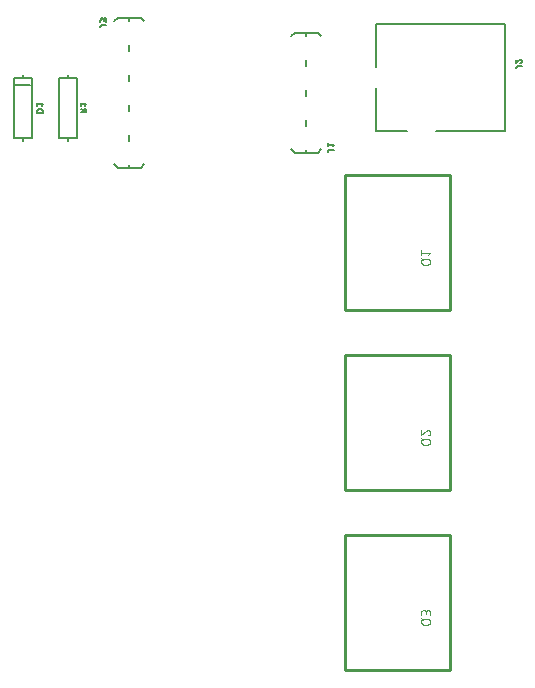
<source format=gbr>
G04 EAGLE Gerber X2 export*
%TF.Part,Single*%
%TF.FileFunction,Legend,Bot,1*%
%TF.FilePolarity,Positive*%
%TF.GenerationSoftware,Autodesk,EAGLE,9.1.1*%
%TF.CreationDate,2018-09-28T16:37:10Z*%
G75*
%MOMM*%
%FSLAX34Y34*%
%LPD*%
%AMOC8*
5,1,8,0,0,1.08239X$1,22.5*%
G01*
%ADD10C,0.203200*%
%ADD11C,0.127000*%
%ADD12C,0.254000*%
%ADD13C,0.101600*%


D10*
X71120Y495300D02*
X71120Y546100D01*
X63500Y546100D01*
X55880Y546100D01*
X55880Y495300D01*
X63500Y495300D01*
X71120Y495300D01*
X63500Y546100D02*
X63500Y548640D01*
X63500Y495300D02*
X63500Y492760D01*
X69850Y539750D02*
X57150Y539750D01*
D11*
X75565Y516525D02*
X80391Y516525D01*
X80391Y517865D01*
X80389Y517935D01*
X80384Y518005D01*
X80374Y518075D01*
X80362Y518144D01*
X80345Y518212D01*
X80325Y518279D01*
X80302Y518346D01*
X80275Y518410D01*
X80245Y518474D01*
X80211Y518536D01*
X80175Y518595D01*
X80135Y518653D01*
X80092Y518709D01*
X80047Y518762D01*
X79998Y518813D01*
X79947Y518862D01*
X79894Y518907D01*
X79838Y518950D01*
X79780Y518990D01*
X79721Y519026D01*
X79659Y519060D01*
X79595Y519090D01*
X79531Y519117D01*
X79464Y519140D01*
X79397Y519160D01*
X79329Y519177D01*
X79260Y519189D01*
X79190Y519199D01*
X79120Y519204D01*
X79050Y519206D01*
X76906Y519206D01*
X76836Y519204D01*
X76766Y519199D01*
X76696Y519189D01*
X76627Y519177D01*
X76559Y519160D01*
X76492Y519140D01*
X76425Y519117D01*
X76361Y519090D01*
X76297Y519060D01*
X76236Y519026D01*
X76176Y518990D01*
X76118Y518950D01*
X76062Y518907D01*
X76009Y518862D01*
X75958Y518813D01*
X75909Y518762D01*
X75864Y518709D01*
X75821Y518653D01*
X75781Y518595D01*
X75745Y518536D01*
X75711Y518474D01*
X75681Y518410D01*
X75654Y518346D01*
X75631Y518279D01*
X75611Y518212D01*
X75594Y518144D01*
X75582Y518075D01*
X75572Y518005D01*
X75567Y517935D01*
X75565Y517865D01*
X75565Y516525D01*
X79319Y522194D02*
X80391Y523535D01*
X75565Y523535D01*
X75565Y524875D02*
X75565Y522194D01*
D10*
X303530Y510540D02*
X303530Y505460D01*
X303530Y530860D02*
X303530Y535940D01*
X303530Y556260D02*
X303530Y561340D01*
X303530Y485140D02*
X303530Y482600D01*
X313436Y482600D01*
X316230Y485394D01*
X303530Y482600D02*
X293624Y482600D01*
X290830Y485394D01*
X303530Y581660D02*
X303530Y584200D01*
X293624Y584200D01*
X290830Y581406D01*
X303530Y584200D02*
X313436Y584200D01*
X316230Y581406D01*
D11*
X323017Y484844D02*
X326771Y484844D01*
X323017Y484843D02*
X322952Y484841D01*
X322888Y484835D01*
X322824Y484825D01*
X322760Y484812D01*
X322698Y484794D01*
X322637Y484773D01*
X322577Y484749D01*
X322519Y484720D01*
X322462Y484688D01*
X322408Y484653D01*
X322356Y484615D01*
X322306Y484573D01*
X322259Y484529D01*
X322215Y484482D01*
X322173Y484432D01*
X322135Y484380D01*
X322100Y484326D01*
X322068Y484269D01*
X322039Y484211D01*
X322015Y484151D01*
X321994Y484090D01*
X321976Y484028D01*
X321963Y483964D01*
X321953Y483900D01*
X321947Y483836D01*
X321945Y483771D01*
X321945Y483235D01*
X325699Y487792D02*
X326771Y489132D01*
X321945Y489132D01*
X321945Y487792D02*
X321945Y490473D01*
D10*
X362000Y501100D02*
X362000Y537100D01*
X413000Y501100D02*
X472000Y501100D01*
X389000Y501100D02*
X362000Y501100D01*
X362000Y591100D02*
X472000Y591100D01*
X362000Y591100D02*
X362000Y555100D01*
X472000Y591100D02*
X472000Y501100D01*
D11*
X482021Y555584D02*
X485775Y555584D01*
X482021Y555584D02*
X481956Y555582D01*
X481892Y555576D01*
X481828Y555566D01*
X481764Y555553D01*
X481702Y555535D01*
X481641Y555514D01*
X481581Y555490D01*
X481523Y555461D01*
X481466Y555429D01*
X481412Y555394D01*
X481360Y555356D01*
X481310Y555314D01*
X481263Y555270D01*
X481219Y555223D01*
X481177Y555173D01*
X481139Y555121D01*
X481104Y555067D01*
X481072Y555010D01*
X481043Y554952D01*
X481019Y554892D01*
X480998Y554831D01*
X480980Y554769D01*
X480967Y554705D01*
X480957Y554641D01*
X480951Y554577D01*
X480949Y554512D01*
X480949Y553975D01*
X485775Y560006D02*
X485773Y560074D01*
X485767Y560141D01*
X485758Y560208D01*
X485745Y560275D01*
X485728Y560340D01*
X485707Y560405D01*
X485683Y560468D01*
X485655Y560530D01*
X485624Y560590D01*
X485590Y560648D01*
X485552Y560704D01*
X485512Y560759D01*
X485468Y560810D01*
X485421Y560859D01*
X485372Y560906D01*
X485321Y560950D01*
X485266Y560990D01*
X485210Y561028D01*
X485152Y561062D01*
X485092Y561093D01*
X485030Y561121D01*
X484967Y561145D01*
X484902Y561166D01*
X484837Y561183D01*
X484770Y561196D01*
X484703Y561205D01*
X484636Y561211D01*
X484568Y561213D01*
X485775Y560006D02*
X485773Y559928D01*
X485767Y559850D01*
X485757Y559773D01*
X485744Y559696D01*
X485726Y559620D01*
X485705Y559545D01*
X485680Y559471D01*
X485651Y559399D01*
X485619Y559328D01*
X485583Y559259D01*
X485544Y559191D01*
X485501Y559126D01*
X485455Y559063D01*
X485406Y559002D01*
X485354Y558944D01*
X485299Y558889D01*
X485242Y558836D01*
X485182Y558787D01*
X485119Y558740D01*
X485054Y558697D01*
X484988Y558657D01*
X484919Y558620D01*
X484848Y558587D01*
X484776Y558557D01*
X484703Y558531D01*
X483630Y560811D02*
X483679Y560860D01*
X483731Y560907D01*
X483786Y560950D01*
X483843Y560991D01*
X483902Y561029D01*
X483963Y561063D01*
X484026Y561094D01*
X484090Y561122D01*
X484156Y561146D01*
X484222Y561166D01*
X484290Y561183D01*
X484359Y561196D01*
X484428Y561205D01*
X484498Y561211D01*
X484568Y561213D01*
X483630Y560811D02*
X480949Y558532D01*
X480949Y561213D01*
D10*
X153670Y568960D02*
X153670Y574040D01*
X153670Y548640D02*
X153670Y543560D01*
X153670Y523240D02*
X153670Y518160D01*
X153670Y497840D02*
X153670Y492760D01*
X153670Y594360D02*
X153670Y596900D01*
X143764Y596900D01*
X140970Y594106D01*
X153670Y596900D02*
X163576Y596900D01*
X166370Y594106D01*
X153670Y472440D02*
X153670Y469900D01*
X163576Y469900D01*
X166370Y472694D01*
X153670Y469900D02*
X143764Y469900D01*
X140970Y472694D01*
D11*
X133985Y590636D02*
X130231Y590636D01*
X130166Y590634D01*
X130102Y590628D01*
X130038Y590618D01*
X129974Y590605D01*
X129912Y590587D01*
X129851Y590566D01*
X129791Y590542D01*
X129733Y590513D01*
X129676Y590481D01*
X129622Y590446D01*
X129570Y590408D01*
X129520Y590366D01*
X129473Y590322D01*
X129429Y590275D01*
X129387Y590225D01*
X129349Y590173D01*
X129314Y590119D01*
X129282Y590062D01*
X129253Y590004D01*
X129229Y589944D01*
X129208Y589883D01*
X129190Y589821D01*
X129177Y589757D01*
X129167Y589693D01*
X129161Y589629D01*
X129159Y589564D01*
X129159Y589027D01*
X129159Y593584D02*
X129159Y594924D01*
X129161Y594995D01*
X129167Y595067D01*
X129176Y595137D01*
X129189Y595207D01*
X129206Y595277D01*
X129227Y595345D01*
X129251Y595412D01*
X129279Y595478D01*
X129310Y595542D01*
X129345Y595605D01*
X129383Y595665D01*
X129424Y595724D01*
X129468Y595780D01*
X129515Y595834D01*
X129564Y595885D01*
X129617Y595933D01*
X129672Y595979D01*
X129729Y596021D01*
X129789Y596061D01*
X129850Y596097D01*
X129914Y596130D01*
X129979Y596159D01*
X130045Y596185D01*
X130113Y596208D01*
X130182Y596227D01*
X130252Y596242D01*
X130322Y596253D01*
X130393Y596261D01*
X130464Y596265D01*
X130536Y596265D01*
X130607Y596261D01*
X130678Y596253D01*
X130748Y596242D01*
X130818Y596227D01*
X130887Y596208D01*
X130955Y596185D01*
X131021Y596159D01*
X131086Y596130D01*
X131150Y596097D01*
X131211Y596061D01*
X131271Y596021D01*
X131328Y595979D01*
X131383Y595933D01*
X131436Y595885D01*
X131485Y595834D01*
X131532Y595780D01*
X131576Y595724D01*
X131617Y595665D01*
X131655Y595605D01*
X131690Y595542D01*
X131721Y595478D01*
X131749Y595412D01*
X131773Y595345D01*
X131794Y595277D01*
X131811Y595207D01*
X131824Y595137D01*
X131833Y595067D01*
X131839Y594995D01*
X131841Y594924D01*
X133985Y595193D02*
X133985Y593584D01*
X133985Y595193D02*
X133983Y595258D01*
X133977Y595322D01*
X133967Y595386D01*
X133954Y595450D01*
X133936Y595512D01*
X133915Y595573D01*
X133891Y595633D01*
X133862Y595691D01*
X133830Y595748D01*
X133795Y595802D01*
X133757Y595854D01*
X133715Y595904D01*
X133671Y595951D01*
X133624Y595995D01*
X133574Y596037D01*
X133522Y596075D01*
X133468Y596110D01*
X133411Y596142D01*
X133353Y596171D01*
X133293Y596195D01*
X133232Y596216D01*
X133170Y596234D01*
X133106Y596247D01*
X133042Y596257D01*
X132978Y596263D01*
X132913Y596265D01*
X132848Y596263D01*
X132784Y596257D01*
X132720Y596247D01*
X132656Y596234D01*
X132594Y596216D01*
X132533Y596195D01*
X132473Y596171D01*
X132415Y596142D01*
X132358Y596110D01*
X132304Y596075D01*
X132252Y596037D01*
X132202Y595995D01*
X132155Y595951D01*
X132111Y595904D01*
X132069Y595854D01*
X132031Y595802D01*
X131996Y595748D01*
X131964Y595691D01*
X131935Y595633D01*
X131911Y595573D01*
X131890Y595512D01*
X131872Y595450D01*
X131859Y595386D01*
X131849Y595322D01*
X131843Y595258D01*
X131841Y595193D01*
X131840Y595193D02*
X131840Y594120D01*
D12*
X425450Y463550D02*
X425450Y349250D01*
X425450Y463550D02*
X336550Y463550D01*
X336550Y349250D01*
X425450Y349250D01*
D13*
X406245Y387858D02*
X402745Y387858D01*
X406245Y387858D02*
X406338Y387860D01*
X406430Y387866D01*
X406523Y387876D01*
X406615Y387889D01*
X406706Y387907D01*
X406796Y387929D01*
X406885Y387954D01*
X406974Y387983D01*
X407060Y388016D01*
X407146Y388052D01*
X407230Y388092D01*
X407312Y388136D01*
X407392Y388183D01*
X407470Y388233D01*
X407545Y388287D01*
X407619Y388343D01*
X407690Y388403D01*
X407758Y388466D01*
X407824Y388532D01*
X407887Y388600D01*
X407947Y388671D01*
X408003Y388745D01*
X408057Y388820D01*
X408107Y388898D01*
X408154Y388978D01*
X408198Y389060D01*
X408238Y389144D01*
X408274Y389230D01*
X408307Y389316D01*
X408336Y389405D01*
X408361Y389494D01*
X408383Y389584D01*
X408401Y389675D01*
X408414Y389767D01*
X408424Y389860D01*
X408430Y389952D01*
X408432Y390045D01*
X408430Y390138D01*
X408424Y390230D01*
X408414Y390323D01*
X408401Y390415D01*
X408383Y390506D01*
X408361Y390596D01*
X408336Y390685D01*
X408307Y390774D01*
X408274Y390860D01*
X408238Y390946D01*
X408198Y391030D01*
X408154Y391112D01*
X408107Y391192D01*
X408057Y391270D01*
X408003Y391345D01*
X407947Y391419D01*
X407887Y391490D01*
X407824Y391558D01*
X407758Y391624D01*
X407690Y391687D01*
X407619Y391747D01*
X407545Y391803D01*
X407470Y391857D01*
X407392Y391907D01*
X407312Y391954D01*
X407230Y391998D01*
X407146Y392038D01*
X407060Y392074D01*
X406974Y392107D01*
X406885Y392136D01*
X406796Y392161D01*
X406706Y392183D01*
X406615Y392201D01*
X406523Y392214D01*
X406430Y392224D01*
X406338Y392230D01*
X406245Y392232D01*
X402745Y392232D01*
X402652Y392230D01*
X402560Y392224D01*
X402467Y392214D01*
X402375Y392201D01*
X402284Y392183D01*
X402194Y392161D01*
X402105Y392136D01*
X402016Y392107D01*
X401930Y392074D01*
X401844Y392038D01*
X401760Y391998D01*
X401678Y391954D01*
X401598Y391907D01*
X401520Y391857D01*
X401445Y391803D01*
X401371Y391747D01*
X401300Y391687D01*
X401232Y391624D01*
X401166Y391558D01*
X401103Y391490D01*
X401043Y391419D01*
X400987Y391345D01*
X400933Y391270D01*
X400883Y391192D01*
X400836Y391112D01*
X400792Y391030D01*
X400752Y390946D01*
X400716Y390860D01*
X400683Y390774D01*
X400654Y390685D01*
X400629Y390596D01*
X400607Y390506D01*
X400589Y390415D01*
X400576Y390323D01*
X400566Y390230D01*
X400560Y390138D01*
X400558Y390045D01*
X400560Y389952D01*
X400566Y389860D01*
X400576Y389767D01*
X400589Y389675D01*
X400607Y389584D01*
X400629Y389494D01*
X400654Y389405D01*
X400683Y389316D01*
X400716Y389230D01*
X400752Y389144D01*
X400792Y389060D01*
X400836Y388978D01*
X400883Y388898D01*
X400933Y388820D01*
X400987Y388745D01*
X401043Y388671D01*
X401103Y388600D01*
X401166Y388532D01*
X401232Y388466D01*
X401300Y388403D01*
X401371Y388343D01*
X401445Y388287D01*
X401520Y388233D01*
X401598Y388183D01*
X401678Y388136D01*
X401760Y388092D01*
X401844Y388052D01*
X401930Y388016D01*
X402016Y387983D01*
X402105Y387954D01*
X402194Y387929D01*
X402284Y387907D01*
X402375Y387889D01*
X402467Y387876D01*
X402560Y387866D01*
X402652Y387860D01*
X402745Y387858D01*
X402308Y391358D02*
X400558Y393107D01*
X406682Y395559D02*
X408432Y397746D01*
X400558Y397746D01*
X400558Y395559D02*
X400558Y399933D01*
D12*
X425450Y311150D02*
X425450Y196850D01*
X425450Y311150D02*
X336550Y311150D01*
X336550Y196850D01*
X425450Y196850D01*
D13*
X406245Y235458D02*
X402745Y235458D01*
X406245Y235458D02*
X406338Y235460D01*
X406430Y235466D01*
X406523Y235476D01*
X406615Y235489D01*
X406706Y235507D01*
X406796Y235529D01*
X406885Y235554D01*
X406974Y235583D01*
X407060Y235616D01*
X407146Y235652D01*
X407230Y235692D01*
X407312Y235736D01*
X407392Y235783D01*
X407470Y235833D01*
X407545Y235887D01*
X407619Y235943D01*
X407690Y236003D01*
X407758Y236066D01*
X407824Y236132D01*
X407887Y236200D01*
X407947Y236271D01*
X408003Y236345D01*
X408057Y236420D01*
X408107Y236498D01*
X408154Y236578D01*
X408198Y236660D01*
X408238Y236744D01*
X408274Y236830D01*
X408307Y236916D01*
X408336Y237005D01*
X408361Y237094D01*
X408383Y237184D01*
X408401Y237275D01*
X408414Y237367D01*
X408424Y237460D01*
X408430Y237552D01*
X408432Y237645D01*
X408430Y237738D01*
X408424Y237830D01*
X408414Y237923D01*
X408401Y238015D01*
X408383Y238106D01*
X408361Y238196D01*
X408336Y238285D01*
X408307Y238374D01*
X408274Y238460D01*
X408238Y238546D01*
X408198Y238630D01*
X408154Y238712D01*
X408107Y238792D01*
X408057Y238870D01*
X408003Y238945D01*
X407947Y239019D01*
X407887Y239090D01*
X407824Y239158D01*
X407758Y239224D01*
X407690Y239287D01*
X407619Y239347D01*
X407545Y239403D01*
X407470Y239457D01*
X407392Y239507D01*
X407312Y239554D01*
X407230Y239598D01*
X407146Y239638D01*
X407060Y239674D01*
X406974Y239707D01*
X406885Y239736D01*
X406796Y239761D01*
X406706Y239783D01*
X406615Y239801D01*
X406523Y239814D01*
X406430Y239824D01*
X406338Y239830D01*
X406245Y239832D01*
X402745Y239832D01*
X402652Y239830D01*
X402560Y239824D01*
X402467Y239814D01*
X402375Y239801D01*
X402284Y239783D01*
X402194Y239761D01*
X402105Y239736D01*
X402016Y239707D01*
X401930Y239674D01*
X401844Y239638D01*
X401760Y239598D01*
X401678Y239554D01*
X401598Y239507D01*
X401520Y239457D01*
X401445Y239403D01*
X401371Y239347D01*
X401300Y239287D01*
X401232Y239224D01*
X401166Y239158D01*
X401103Y239090D01*
X401043Y239019D01*
X400987Y238945D01*
X400933Y238870D01*
X400883Y238792D01*
X400836Y238712D01*
X400792Y238630D01*
X400752Y238546D01*
X400716Y238460D01*
X400683Y238374D01*
X400654Y238285D01*
X400629Y238196D01*
X400607Y238106D01*
X400589Y238015D01*
X400576Y237923D01*
X400566Y237830D01*
X400560Y237738D01*
X400558Y237645D01*
X400560Y237552D01*
X400566Y237460D01*
X400576Y237367D01*
X400589Y237275D01*
X400607Y237184D01*
X400629Y237094D01*
X400654Y237005D01*
X400683Y236916D01*
X400716Y236830D01*
X400752Y236744D01*
X400792Y236660D01*
X400836Y236578D01*
X400883Y236498D01*
X400933Y236420D01*
X400987Y236345D01*
X401043Y236271D01*
X401103Y236200D01*
X401166Y236132D01*
X401232Y236066D01*
X401300Y236003D01*
X401371Y235943D01*
X401445Y235887D01*
X401520Y235833D01*
X401598Y235783D01*
X401678Y235736D01*
X401760Y235692D01*
X401844Y235652D01*
X401930Y235616D01*
X402016Y235583D01*
X402105Y235554D01*
X402194Y235529D01*
X402284Y235507D01*
X402375Y235489D01*
X402467Y235476D01*
X402560Y235466D01*
X402652Y235460D01*
X402745Y235458D01*
X402308Y238958D02*
X400558Y240707D01*
X406464Y247534D02*
X406550Y247532D01*
X406636Y247527D01*
X406721Y247517D01*
X406806Y247504D01*
X406890Y247487D01*
X406974Y247467D01*
X407056Y247443D01*
X407137Y247415D01*
X407218Y247384D01*
X407296Y247350D01*
X407373Y247312D01*
X407449Y247270D01*
X407522Y247226D01*
X407593Y247178D01*
X407663Y247127D01*
X407730Y247073D01*
X407794Y247017D01*
X407856Y246957D01*
X407916Y246895D01*
X407972Y246831D01*
X408026Y246764D01*
X408077Y246694D01*
X408125Y246623D01*
X408169Y246550D01*
X408211Y246474D01*
X408249Y246397D01*
X408283Y246319D01*
X408314Y246238D01*
X408342Y246157D01*
X408366Y246075D01*
X408386Y245991D01*
X408403Y245907D01*
X408416Y245822D01*
X408426Y245737D01*
X408431Y245651D01*
X408433Y245565D01*
X408432Y245565D02*
X408430Y245466D01*
X408424Y245366D01*
X408414Y245268D01*
X408401Y245169D01*
X408383Y245071D01*
X408362Y244974D01*
X408337Y244878D01*
X408308Y244783D01*
X408275Y244689D01*
X408239Y244596D01*
X408199Y244505D01*
X408156Y244416D01*
X408109Y244328D01*
X408059Y244243D01*
X408005Y244159D01*
X407948Y244078D01*
X407888Y243998D01*
X407825Y243922D01*
X407759Y243847D01*
X407690Y243776D01*
X407619Y243707D01*
X407544Y243641D01*
X407467Y243578D01*
X407388Y243518D01*
X407306Y243461D01*
X407223Y243408D01*
X407137Y243357D01*
X407049Y243311D01*
X406960Y243267D01*
X406869Y243228D01*
X406776Y243192D01*
X406682Y243159D01*
X404933Y246877D02*
X404997Y246941D01*
X405063Y247002D01*
X405132Y247060D01*
X405203Y247115D01*
X405276Y247168D01*
X405352Y247217D01*
X405429Y247262D01*
X405509Y247305D01*
X405590Y247344D01*
X405673Y247379D01*
X405757Y247411D01*
X405843Y247440D01*
X405929Y247464D01*
X406017Y247485D01*
X406105Y247502D01*
X406194Y247516D01*
X406284Y247525D01*
X406374Y247531D01*
X406464Y247533D01*
X404932Y246877D02*
X400558Y243159D01*
X400558Y247533D01*
D12*
X425450Y158750D02*
X425450Y44450D01*
X425450Y158750D02*
X336550Y158750D01*
X336550Y44450D01*
X425450Y44450D01*
D13*
X406245Y83058D02*
X402745Y83058D01*
X406245Y83058D02*
X406338Y83060D01*
X406430Y83066D01*
X406523Y83076D01*
X406615Y83089D01*
X406706Y83107D01*
X406796Y83129D01*
X406885Y83154D01*
X406974Y83183D01*
X407060Y83216D01*
X407146Y83252D01*
X407230Y83292D01*
X407312Y83336D01*
X407392Y83383D01*
X407470Y83433D01*
X407545Y83487D01*
X407619Y83543D01*
X407690Y83603D01*
X407758Y83666D01*
X407824Y83732D01*
X407887Y83800D01*
X407947Y83871D01*
X408003Y83945D01*
X408057Y84020D01*
X408107Y84098D01*
X408154Y84178D01*
X408198Y84260D01*
X408238Y84344D01*
X408274Y84430D01*
X408307Y84516D01*
X408336Y84605D01*
X408361Y84694D01*
X408383Y84784D01*
X408401Y84875D01*
X408414Y84967D01*
X408424Y85060D01*
X408430Y85152D01*
X408432Y85245D01*
X408430Y85338D01*
X408424Y85430D01*
X408414Y85523D01*
X408401Y85615D01*
X408383Y85706D01*
X408361Y85796D01*
X408336Y85885D01*
X408307Y85974D01*
X408274Y86060D01*
X408238Y86146D01*
X408198Y86230D01*
X408154Y86312D01*
X408107Y86392D01*
X408057Y86470D01*
X408003Y86545D01*
X407947Y86619D01*
X407887Y86690D01*
X407824Y86758D01*
X407758Y86824D01*
X407690Y86887D01*
X407619Y86947D01*
X407545Y87003D01*
X407470Y87057D01*
X407392Y87107D01*
X407312Y87154D01*
X407230Y87198D01*
X407146Y87238D01*
X407060Y87274D01*
X406974Y87307D01*
X406885Y87336D01*
X406796Y87361D01*
X406706Y87383D01*
X406615Y87401D01*
X406523Y87414D01*
X406430Y87424D01*
X406338Y87430D01*
X406245Y87432D01*
X402745Y87432D01*
X402652Y87430D01*
X402560Y87424D01*
X402467Y87414D01*
X402375Y87401D01*
X402284Y87383D01*
X402194Y87361D01*
X402105Y87336D01*
X402016Y87307D01*
X401930Y87274D01*
X401844Y87238D01*
X401760Y87198D01*
X401678Y87154D01*
X401598Y87107D01*
X401520Y87057D01*
X401445Y87003D01*
X401371Y86947D01*
X401300Y86887D01*
X401232Y86824D01*
X401166Y86758D01*
X401103Y86690D01*
X401043Y86619D01*
X400987Y86545D01*
X400933Y86470D01*
X400883Y86392D01*
X400836Y86312D01*
X400792Y86230D01*
X400752Y86146D01*
X400716Y86060D01*
X400683Y85974D01*
X400654Y85885D01*
X400629Y85796D01*
X400607Y85706D01*
X400589Y85615D01*
X400576Y85523D01*
X400566Y85430D01*
X400560Y85338D01*
X400558Y85245D01*
X400560Y85152D01*
X400566Y85060D01*
X400576Y84967D01*
X400589Y84875D01*
X400607Y84784D01*
X400629Y84694D01*
X400654Y84605D01*
X400683Y84516D01*
X400716Y84430D01*
X400752Y84344D01*
X400792Y84260D01*
X400836Y84178D01*
X400883Y84098D01*
X400933Y84020D01*
X400987Y83945D01*
X401043Y83871D01*
X401103Y83800D01*
X401166Y83732D01*
X401232Y83666D01*
X401300Y83603D01*
X401371Y83543D01*
X401445Y83487D01*
X401520Y83433D01*
X401598Y83383D01*
X401678Y83336D01*
X401760Y83292D01*
X401844Y83252D01*
X401930Y83216D01*
X402016Y83183D01*
X402105Y83154D01*
X402194Y83129D01*
X402284Y83107D01*
X402375Y83089D01*
X402467Y83076D01*
X402560Y83066D01*
X402652Y83060D01*
X402745Y83058D01*
X402308Y86558D02*
X400558Y88307D01*
X400558Y90759D02*
X400558Y92946D01*
X400560Y93039D01*
X400566Y93131D01*
X400576Y93224D01*
X400589Y93316D01*
X400607Y93407D01*
X400629Y93497D01*
X400654Y93586D01*
X400683Y93675D01*
X400716Y93761D01*
X400752Y93847D01*
X400792Y93931D01*
X400836Y94013D01*
X400883Y94093D01*
X400933Y94171D01*
X400987Y94246D01*
X401043Y94320D01*
X401103Y94391D01*
X401166Y94459D01*
X401232Y94525D01*
X401300Y94588D01*
X401371Y94648D01*
X401445Y94704D01*
X401520Y94758D01*
X401598Y94808D01*
X401678Y94855D01*
X401760Y94899D01*
X401844Y94939D01*
X401930Y94975D01*
X402016Y95008D01*
X402105Y95037D01*
X402194Y95062D01*
X402284Y95084D01*
X402375Y95102D01*
X402467Y95115D01*
X402560Y95125D01*
X402652Y95131D01*
X402745Y95133D01*
X402838Y95131D01*
X402930Y95125D01*
X403023Y95115D01*
X403115Y95102D01*
X403206Y95084D01*
X403296Y95062D01*
X403385Y95037D01*
X403474Y95008D01*
X403560Y94975D01*
X403646Y94939D01*
X403730Y94899D01*
X403812Y94855D01*
X403892Y94808D01*
X403970Y94758D01*
X404045Y94704D01*
X404119Y94648D01*
X404190Y94588D01*
X404258Y94525D01*
X404324Y94459D01*
X404387Y94391D01*
X404447Y94320D01*
X404503Y94246D01*
X404557Y94171D01*
X404607Y94093D01*
X404654Y94013D01*
X404698Y93931D01*
X404738Y93847D01*
X404774Y93761D01*
X404807Y93675D01*
X404836Y93586D01*
X404861Y93497D01*
X404883Y93407D01*
X404901Y93316D01*
X404914Y93224D01*
X404924Y93131D01*
X404930Y93039D01*
X404932Y92946D01*
X408432Y93383D02*
X408432Y90759D01*
X408432Y93383D02*
X408430Y93465D01*
X408424Y93547D01*
X408415Y93628D01*
X408401Y93709D01*
X408384Y93790D01*
X408363Y93869D01*
X408339Y93947D01*
X408310Y94024D01*
X408278Y94100D01*
X408243Y94174D01*
X408204Y94246D01*
X408162Y94317D01*
X408117Y94385D01*
X408068Y94451D01*
X408017Y94515D01*
X407962Y94576D01*
X407905Y94635D01*
X407845Y94691D01*
X407782Y94744D01*
X407717Y94794D01*
X407650Y94841D01*
X407581Y94885D01*
X407509Y94925D01*
X407436Y94962D01*
X407361Y94996D01*
X407285Y95026D01*
X407207Y95052D01*
X407128Y95075D01*
X407049Y95094D01*
X406968Y95109D01*
X406887Y95121D01*
X406805Y95129D01*
X406723Y95133D01*
X406641Y95133D01*
X406559Y95129D01*
X406477Y95121D01*
X406396Y95109D01*
X406315Y95094D01*
X406236Y95075D01*
X406157Y95052D01*
X406079Y95026D01*
X406003Y94996D01*
X405928Y94962D01*
X405855Y94925D01*
X405783Y94885D01*
X405714Y94841D01*
X405647Y94794D01*
X405582Y94744D01*
X405519Y94691D01*
X405459Y94635D01*
X405402Y94576D01*
X405347Y94515D01*
X405296Y94451D01*
X405247Y94385D01*
X405202Y94317D01*
X405160Y94246D01*
X405121Y94174D01*
X405086Y94100D01*
X405054Y94024D01*
X405025Y93947D01*
X405001Y93869D01*
X404980Y93790D01*
X404963Y93709D01*
X404949Y93628D01*
X404940Y93547D01*
X404934Y93465D01*
X404932Y93383D01*
X404932Y91634D01*
D10*
X109220Y495300D02*
X109220Y546100D01*
X101600Y546100D01*
X93980Y546100D01*
X93980Y495300D01*
X101600Y495300D01*
X109220Y495300D01*
X101600Y546100D02*
X101600Y548640D01*
X101600Y495300D02*
X101600Y492760D01*
D11*
X112395Y516648D02*
X117221Y516648D01*
X117221Y517989D01*
X117219Y518060D01*
X117213Y518132D01*
X117204Y518202D01*
X117191Y518272D01*
X117174Y518342D01*
X117153Y518410D01*
X117129Y518477D01*
X117101Y518543D01*
X117070Y518607D01*
X117035Y518670D01*
X116997Y518730D01*
X116956Y518789D01*
X116912Y518845D01*
X116865Y518899D01*
X116816Y518950D01*
X116763Y518998D01*
X116708Y519044D01*
X116651Y519086D01*
X116591Y519126D01*
X116530Y519162D01*
X116466Y519195D01*
X116401Y519224D01*
X116335Y519250D01*
X116267Y519273D01*
X116198Y519292D01*
X116128Y519307D01*
X116058Y519318D01*
X115987Y519326D01*
X115916Y519330D01*
X115844Y519330D01*
X115773Y519326D01*
X115702Y519318D01*
X115632Y519307D01*
X115562Y519292D01*
X115493Y519273D01*
X115425Y519250D01*
X115359Y519224D01*
X115294Y519195D01*
X115230Y519162D01*
X115169Y519126D01*
X115109Y519086D01*
X115052Y519044D01*
X114997Y518998D01*
X114944Y518950D01*
X114895Y518899D01*
X114848Y518845D01*
X114804Y518789D01*
X114763Y518730D01*
X114725Y518670D01*
X114690Y518607D01*
X114659Y518543D01*
X114631Y518477D01*
X114607Y518410D01*
X114586Y518342D01*
X114569Y518272D01*
X114556Y518202D01*
X114547Y518132D01*
X114541Y518060D01*
X114539Y517989D01*
X114540Y517989D02*
X114540Y516648D01*
X114540Y518257D02*
X112395Y519329D01*
X116149Y522071D02*
X117221Y523411D01*
X112395Y523411D01*
X112395Y522071D02*
X112395Y524752D01*
M02*

</source>
